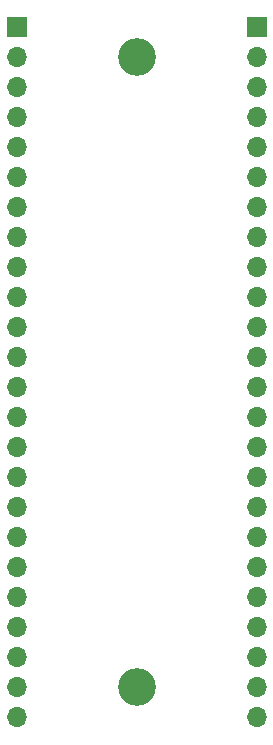
<source format=gbs>
%TF.GenerationSoftware,KiCad,Pcbnew,(6.0.2)*%
%TF.CreationDate,2022-10-19T19:09:35+02:00*%
%TF.ProjectId,adapter_LQFP48,61646170-7465-4725-9f4c-51465034382e,rev?*%
%TF.SameCoordinates,Original*%
%TF.FileFunction,Soldermask,Bot*%
%TF.FilePolarity,Negative*%
%FSLAX46Y46*%
G04 Gerber Fmt 4.6, Leading zero omitted, Abs format (unit mm)*
G04 Created by KiCad (PCBNEW (6.0.2)) date 2022-10-19 19:09:35*
%MOMM*%
%LPD*%
G01*
G04 APERTURE LIST*
%ADD10C,3.200000*%
%ADD11R,1.700000X1.700000*%
%ADD12O,1.700000X1.700000*%
G04 APERTURE END LIST*
D10*
%TO.C,H1*%
X124460000Y-78740000D03*
%TD*%
%TO.C,H2*%
X124460000Y-132080000D03*
%TD*%
D11*
%TO.C,J1*%
X114300000Y-76200000D03*
D12*
X114300000Y-78740000D03*
X114300000Y-81280000D03*
X114300000Y-83820000D03*
X114300000Y-86360000D03*
X114300000Y-88900000D03*
X114300000Y-91440000D03*
X114300000Y-93980000D03*
X114300000Y-96520000D03*
X114300000Y-99060000D03*
X114300000Y-101600000D03*
X114300000Y-104140000D03*
X114300000Y-106680000D03*
X114300000Y-109220000D03*
X114300000Y-111760000D03*
X114300000Y-114300000D03*
X114300000Y-116840000D03*
X114300000Y-119380000D03*
X114300000Y-121920000D03*
X114300000Y-124460000D03*
X114300000Y-127000000D03*
X114300000Y-129540000D03*
X114300000Y-132080000D03*
X114300000Y-134620000D03*
%TD*%
D11*
%TO.C,J2*%
X134620000Y-76200000D03*
D12*
X134620000Y-78740000D03*
X134620000Y-81280000D03*
X134620000Y-83820000D03*
X134620000Y-86360000D03*
X134620000Y-88900000D03*
X134620000Y-91440000D03*
X134620000Y-93980000D03*
X134620000Y-96520000D03*
X134620000Y-99060000D03*
X134620000Y-101600000D03*
X134620000Y-104140000D03*
X134620000Y-106680000D03*
X134620000Y-109220000D03*
X134620000Y-111760000D03*
X134620000Y-114300000D03*
X134620000Y-116840000D03*
X134620000Y-119380000D03*
X134620000Y-121920000D03*
X134620000Y-124460000D03*
X134620000Y-127000000D03*
X134620000Y-129540000D03*
X134620000Y-132080000D03*
X134620000Y-134620000D03*
%TD*%
M02*

</source>
